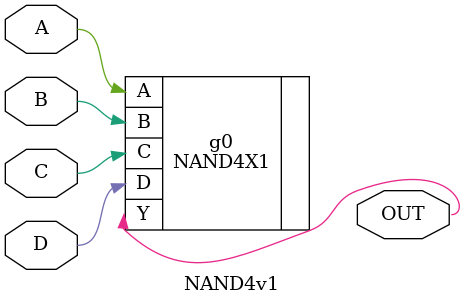
<source format=v>

module NAND4v1 ( 
    A, B, C, D, OUT );
  input  A, B, C, D;
  output OUT ;
  NAND4X1 g0(.A(A), .B(B), .C(C), .D(D), .Y(OUT)); 
endmodule



</source>
